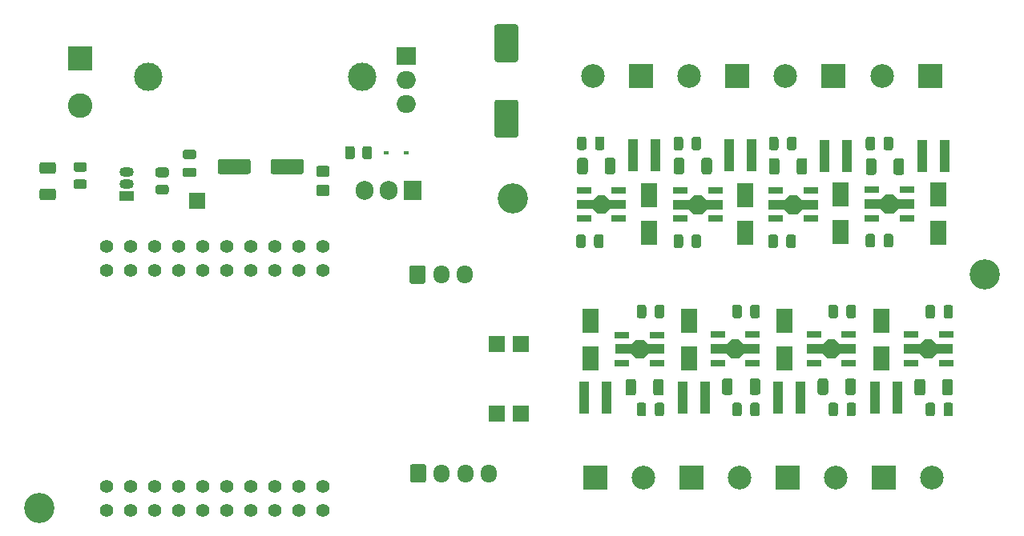
<source format=gts>
G04 #@! TF.GenerationSoftware,KiCad,Pcbnew,5.1.12-84ad8e8a86~92~ubuntu20.04.1*
G04 #@! TF.CreationDate,2021-11-06T19:01:57+01:00*
G04 #@! TF.ProjectId,CC dimmer low voltage,43432064-696d-46d6-9572-206c6f772076,0.99*
G04 #@! TF.SameCoordinates,Original*
G04 #@! TF.FileFunction,Soldermask,Top*
G04 #@! TF.FilePolarity,Negative*
%FSLAX46Y46*%
G04 Gerber Fmt 4.6, Leading zero omitted, Abs format (unit mm)*
G04 Created by KiCad (PCBNEW 5.1.12-84ad8e8a86~92~ubuntu20.04.1) date 2021-11-06 19:01:57*
%MOMM*%
%LPD*%
G01*
G04 APERTURE LIST*
%ADD10R,0.980000X3.400000*%
%ADD11C,3.000000*%
%ADD12R,1.700000X1.700000*%
%ADD13R,1.800000X2.500000*%
%ADD14C,3.200000*%
%ADD15R,0.600000X0.450000*%
%ADD16O,1.700000X1.950000*%
%ADD17O,2.000000X1.905000*%
%ADD18R,2.000000X1.905000*%
%ADD19O,1.500000X1.050000*%
%ADD20R,1.500000X1.050000*%
%ADD21R,1.905000X2.000000*%
%ADD22O,1.905000X2.000000*%
%ADD23R,2.600000X2.600000*%
%ADD24C,2.600000*%
%ADD25C,2.500000*%
%ADD26R,2.500000X2.500000*%
%ADD27C,0.150000*%
%ADD28R,1.500000X0.700000*%
%ADD29C,1.400000*%
G04 APERTURE END LIST*
G36*
G01*
X164092000Y-78040000D02*
X164092000Y-77090000D01*
G75*
G02*
X164342000Y-76840000I250000J0D01*
G01*
X164842000Y-76840000D01*
G75*
G02*
X165092000Y-77090000I0J-250000D01*
G01*
X165092000Y-78040000D01*
G75*
G02*
X164842000Y-78290000I-250000J0D01*
G01*
X164342000Y-78290000D01*
G75*
G02*
X164092000Y-78040000I0J250000D01*
G01*
G37*
G36*
G01*
X162192000Y-78040000D02*
X162192000Y-77090000D01*
G75*
G02*
X162442000Y-76840000I250000J0D01*
G01*
X162942000Y-76840000D01*
G75*
G02*
X163192000Y-77090000I0J-250000D01*
G01*
X163192000Y-78040000D01*
G75*
G02*
X162942000Y-78290000I-250000J0D01*
G01*
X162442000Y-78290000D01*
G75*
G02*
X162192000Y-78040000I0J250000D01*
G01*
G37*
D10*
X163029000Y-94106600D03*
X165399000Y-94106600D03*
X173417600Y-94106600D03*
X175787600Y-94106600D03*
X183535600Y-94106600D03*
X185905600Y-94106600D03*
X193763000Y-94106600D03*
X196133000Y-94106600D03*
X201136800Y-68528800D03*
X198766800Y-68528800D03*
X190799000Y-68528800D03*
X188429000Y-68528800D03*
X180715200Y-68478000D03*
X178345200Y-68478000D03*
X170529800Y-68503400D03*
X168159800Y-68503400D03*
D11*
X139601400Y-60172200D03*
X117001400Y-60172200D03*
D12*
X156362000Y-95855000D03*
X156372000Y-88435000D03*
D13*
X194440000Y-85959800D03*
X194440000Y-89959800D03*
D14*
X155522000Y-73075000D03*
D13*
X174094600Y-89959800D03*
X174094600Y-85959800D03*
G36*
G01*
X162281400Y-67683000D02*
X162281400Y-66733000D01*
G75*
G02*
X162531400Y-66483000I250000J0D01*
G01*
X163031400Y-66483000D01*
G75*
G02*
X163281400Y-66733000I0J-250000D01*
G01*
X163281400Y-67683000D01*
G75*
G02*
X163031400Y-67933000I-250000J0D01*
G01*
X162531400Y-67933000D01*
G75*
G02*
X162281400Y-67683000I0J250000D01*
G01*
G37*
G36*
G01*
X164181400Y-67683000D02*
X164181400Y-66733000D01*
G75*
G02*
X164431400Y-66483000I250000J0D01*
G01*
X164931400Y-66483000D01*
G75*
G02*
X165181400Y-66733000I0J-250000D01*
G01*
X165181400Y-67683000D01*
G75*
G02*
X164931400Y-67933000I-250000J0D01*
G01*
X164431400Y-67933000D01*
G75*
G02*
X164181400Y-67683000I0J250000D01*
G01*
G37*
G36*
G01*
X172492200Y-78046200D02*
X172492200Y-77096200D01*
G75*
G02*
X172742200Y-76846200I250000J0D01*
G01*
X173242200Y-76846200D01*
G75*
G02*
X173492200Y-77096200I0J-250000D01*
G01*
X173492200Y-78046200D01*
G75*
G02*
X173242200Y-78296200I-250000J0D01*
G01*
X172742200Y-78296200D01*
G75*
G02*
X172492200Y-78046200I0J250000D01*
G01*
G37*
G36*
G01*
X174392200Y-78046200D02*
X174392200Y-77096200D01*
G75*
G02*
X174642200Y-76846200I250000J0D01*
G01*
X175142200Y-76846200D01*
G75*
G02*
X175392200Y-77096200I0J-250000D01*
G01*
X175392200Y-78046200D01*
G75*
G02*
X175142200Y-78296200I-250000J0D01*
G01*
X174642200Y-78296200D01*
G75*
G02*
X174392200Y-78046200I0J250000D01*
G01*
G37*
G36*
G01*
X172492200Y-67708400D02*
X172492200Y-66758400D01*
G75*
G02*
X172742200Y-66508400I250000J0D01*
G01*
X173242200Y-66508400D01*
G75*
G02*
X173492200Y-66758400I0J-250000D01*
G01*
X173492200Y-67708400D01*
G75*
G02*
X173242200Y-67958400I-250000J0D01*
G01*
X172742200Y-67958400D01*
G75*
G02*
X172492200Y-67708400I0J250000D01*
G01*
G37*
G36*
G01*
X174392200Y-67708400D02*
X174392200Y-66758400D01*
G75*
G02*
X174642200Y-66508400I250000J0D01*
G01*
X175142200Y-66508400D01*
G75*
G02*
X175392200Y-66758400I0J-250000D01*
G01*
X175392200Y-67708400D01*
G75*
G02*
X175142200Y-67958400I-250000J0D01*
G01*
X174642200Y-67958400D01*
G75*
G02*
X174392200Y-67708400I0J250000D01*
G01*
G37*
G36*
G01*
X182499800Y-78046200D02*
X182499800Y-77096200D01*
G75*
G02*
X182749800Y-76846200I250000J0D01*
G01*
X183249800Y-76846200D01*
G75*
G02*
X183499800Y-77096200I0J-250000D01*
G01*
X183499800Y-78046200D01*
G75*
G02*
X183249800Y-78296200I-250000J0D01*
G01*
X182749800Y-78296200D01*
G75*
G02*
X182499800Y-78046200I0J250000D01*
G01*
G37*
G36*
G01*
X184399800Y-78046200D02*
X184399800Y-77096200D01*
G75*
G02*
X184649800Y-76846200I250000J0D01*
G01*
X185149800Y-76846200D01*
G75*
G02*
X185399800Y-77096200I0J-250000D01*
G01*
X185399800Y-78046200D01*
G75*
G02*
X185149800Y-78296200I-250000J0D01*
G01*
X184649800Y-78296200D01*
G75*
G02*
X184399800Y-78046200I0J250000D01*
G01*
G37*
G36*
G01*
X184476000Y-67708400D02*
X184476000Y-66758400D01*
G75*
G02*
X184726000Y-66508400I250000J0D01*
G01*
X185226000Y-66508400D01*
G75*
G02*
X185476000Y-66758400I0J-250000D01*
G01*
X185476000Y-67708400D01*
G75*
G02*
X185226000Y-67958400I-250000J0D01*
G01*
X184726000Y-67958400D01*
G75*
G02*
X184476000Y-67708400I0J250000D01*
G01*
G37*
G36*
G01*
X182576000Y-67708400D02*
X182576000Y-66758400D01*
G75*
G02*
X182826000Y-66508400I250000J0D01*
G01*
X183326000Y-66508400D01*
G75*
G02*
X183576000Y-66758400I0J-250000D01*
G01*
X183576000Y-67708400D01*
G75*
G02*
X183326000Y-67958400I-250000J0D01*
G01*
X182826000Y-67958400D01*
G75*
G02*
X182576000Y-67708400I0J250000D01*
G01*
G37*
G36*
G01*
X194686800Y-77995400D02*
X194686800Y-77045400D01*
G75*
G02*
X194936800Y-76795400I250000J0D01*
G01*
X195436800Y-76795400D01*
G75*
G02*
X195686800Y-77045400I0J-250000D01*
G01*
X195686800Y-77995400D01*
G75*
G02*
X195436800Y-78245400I-250000J0D01*
G01*
X194936800Y-78245400D01*
G75*
G02*
X194686800Y-77995400I0J250000D01*
G01*
G37*
G36*
G01*
X192786800Y-77995400D02*
X192786800Y-77045400D01*
G75*
G02*
X193036800Y-76795400I250000J0D01*
G01*
X193536800Y-76795400D01*
G75*
G02*
X193786800Y-77045400I0J-250000D01*
G01*
X193786800Y-77995400D01*
G75*
G02*
X193536800Y-78245400I-250000J0D01*
G01*
X193036800Y-78245400D01*
G75*
G02*
X192786800Y-77995400I0J250000D01*
G01*
G37*
G36*
G01*
X192786800Y-67708400D02*
X192786800Y-66758400D01*
G75*
G02*
X193036800Y-66508400I250000J0D01*
G01*
X193536800Y-66508400D01*
G75*
G02*
X193786800Y-66758400I0J-250000D01*
G01*
X193786800Y-67708400D01*
G75*
G02*
X193536800Y-67958400I-250000J0D01*
G01*
X193036800Y-67958400D01*
G75*
G02*
X192786800Y-67708400I0J250000D01*
G01*
G37*
G36*
G01*
X194686800Y-67708400D02*
X194686800Y-66758400D01*
G75*
G02*
X194936800Y-66508400I250000J0D01*
G01*
X195436800Y-66508400D01*
G75*
G02*
X195686800Y-66758400I0J-250000D01*
G01*
X195686800Y-67708400D01*
G75*
G02*
X195436800Y-67958400I-250000J0D01*
G01*
X194936800Y-67958400D01*
G75*
G02*
X194686800Y-67708400I0J250000D01*
G01*
G37*
G36*
G01*
X200111400Y-84563800D02*
X200111400Y-85513800D01*
G75*
G02*
X199861400Y-85763800I-250000J0D01*
G01*
X199361400Y-85763800D01*
G75*
G02*
X199111400Y-85513800I0J250000D01*
G01*
X199111400Y-84563800D01*
G75*
G02*
X199361400Y-84313800I250000J0D01*
G01*
X199861400Y-84313800D01*
G75*
G02*
X200111400Y-84563800I0J-250000D01*
G01*
G37*
G36*
G01*
X202011400Y-84563800D02*
X202011400Y-85513800D01*
G75*
G02*
X201761400Y-85763800I-250000J0D01*
G01*
X201261400Y-85763800D01*
G75*
G02*
X201011400Y-85513800I0J250000D01*
G01*
X201011400Y-84563800D01*
G75*
G02*
X201261400Y-84313800I250000J0D01*
G01*
X201761400Y-84313800D01*
G75*
G02*
X202011400Y-84563800I0J-250000D01*
G01*
G37*
G36*
G01*
X202011400Y-94901600D02*
X202011400Y-95851600D01*
G75*
G02*
X201761400Y-96101600I-250000J0D01*
G01*
X201261400Y-96101600D01*
G75*
G02*
X201011400Y-95851600I0J250000D01*
G01*
X201011400Y-94901600D01*
G75*
G02*
X201261400Y-94651600I250000J0D01*
G01*
X201761400Y-94651600D01*
G75*
G02*
X202011400Y-94901600I0J-250000D01*
G01*
G37*
G36*
G01*
X200111400Y-94901600D02*
X200111400Y-95851600D01*
G75*
G02*
X199861400Y-96101600I-250000J0D01*
G01*
X199361400Y-96101600D01*
G75*
G02*
X199111400Y-95851600I0J250000D01*
G01*
X199111400Y-94901600D01*
G75*
G02*
X199361400Y-94651600I250000J0D01*
G01*
X199861400Y-94651600D01*
G75*
G02*
X200111400Y-94901600I0J-250000D01*
G01*
G37*
G36*
G01*
X189849800Y-84538400D02*
X189849800Y-85488400D01*
G75*
G02*
X189599800Y-85738400I-250000J0D01*
G01*
X189099800Y-85738400D01*
G75*
G02*
X188849800Y-85488400I0J250000D01*
G01*
X188849800Y-84538400D01*
G75*
G02*
X189099800Y-84288400I250000J0D01*
G01*
X189599800Y-84288400D01*
G75*
G02*
X189849800Y-84538400I0J-250000D01*
G01*
G37*
G36*
G01*
X191749800Y-84538400D02*
X191749800Y-85488400D01*
G75*
G02*
X191499800Y-85738400I-250000J0D01*
G01*
X190999800Y-85738400D01*
G75*
G02*
X190749800Y-85488400I0J250000D01*
G01*
X190749800Y-84538400D01*
G75*
G02*
X190999800Y-84288400I250000J0D01*
G01*
X191499800Y-84288400D01*
G75*
G02*
X191749800Y-84538400I0J-250000D01*
G01*
G37*
G36*
G01*
X189865000Y-94901600D02*
X189865000Y-95851600D01*
G75*
G02*
X189615000Y-96101600I-250000J0D01*
G01*
X189115000Y-96101600D01*
G75*
G02*
X188865000Y-95851600I0J250000D01*
G01*
X188865000Y-94901600D01*
G75*
G02*
X189115000Y-94651600I250000J0D01*
G01*
X189615000Y-94651600D01*
G75*
G02*
X189865000Y-94901600I0J-250000D01*
G01*
G37*
G36*
G01*
X191765000Y-94901600D02*
X191765000Y-95851600D01*
G75*
G02*
X191515000Y-96101600I-250000J0D01*
G01*
X191015000Y-96101600D01*
G75*
G02*
X190765000Y-95851600I0J250000D01*
G01*
X190765000Y-94901600D01*
G75*
G02*
X191015000Y-94651600I250000J0D01*
G01*
X191515000Y-94651600D01*
G75*
G02*
X191765000Y-94901600I0J-250000D01*
G01*
G37*
G36*
G01*
X181589800Y-84538400D02*
X181589800Y-85488400D01*
G75*
G02*
X181339800Y-85738400I-250000J0D01*
G01*
X180839800Y-85738400D01*
G75*
G02*
X180589800Y-85488400I0J250000D01*
G01*
X180589800Y-84538400D01*
G75*
G02*
X180839800Y-84288400I250000J0D01*
G01*
X181339800Y-84288400D01*
G75*
G02*
X181589800Y-84538400I0J-250000D01*
G01*
G37*
G36*
G01*
X179689800Y-84538400D02*
X179689800Y-85488400D01*
G75*
G02*
X179439800Y-85738400I-250000J0D01*
G01*
X178939800Y-85738400D01*
G75*
G02*
X178689800Y-85488400I0J250000D01*
G01*
X178689800Y-84538400D01*
G75*
G02*
X178939800Y-84288400I250000J0D01*
G01*
X179439800Y-84288400D01*
G75*
G02*
X179689800Y-84538400I0J-250000D01*
G01*
G37*
G36*
G01*
X179689800Y-94901600D02*
X179689800Y-95851600D01*
G75*
G02*
X179439800Y-96101600I-250000J0D01*
G01*
X178939800Y-96101600D01*
G75*
G02*
X178689800Y-95851600I0J250000D01*
G01*
X178689800Y-94901600D01*
G75*
G02*
X178939800Y-94651600I250000J0D01*
G01*
X179439800Y-94651600D01*
G75*
G02*
X179689800Y-94901600I0J-250000D01*
G01*
G37*
G36*
G01*
X181589800Y-94901600D02*
X181589800Y-95851600D01*
G75*
G02*
X181339800Y-96101600I-250000J0D01*
G01*
X180839800Y-96101600D01*
G75*
G02*
X180589800Y-95851600I0J250000D01*
G01*
X180589800Y-94901600D01*
G75*
G02*
X180839800Y-94651600I250000J0D01*
G01*
X181339800Y-94651600D01*
G75*
G02*
X181589800Y-94901600I0J-250000D01*
G01*
G37*
G36*
G01*
X169606000Y-84538400D02*
X169606000Y-85488400D01*
G75*
G02*
X169356000Y-85738400I-250000J0D01*
G01*
X168856000Y-85738400D01*
G75*
G02*
X168606000Y-85488400I0J250000D01*
G01*
X168606000Y-84538400D01*
G75*
G02*
X168856000Y-84288400I250000J0D01*
G01*
X169356000Y-84288400D01*
G75*
G02*
X169606000Y-84538400I0J-250000D01*
G01*
G37*
G36*
G01*
X171506000Y-84538400D02*
X171506000Y-85488400D01*
G75*
G02*
X171256000Y-85738400I-250000J0D01*
G01*
X170756000Y-85738400D01*
G75*
G02*
X170506000Y-85488400I0J250000D01*
G01*
X170506000Y-84538400D01*
G75*
G02*
X170756000Y-84288400I250000J0D01*
G01*
X171256000Y-84288400D01*
G75*
G02*
X171506000Y-84538400I0J-250000D01*
G01*
G37*
G36*
G01*
X171495800Y-94901600D02*
X171495800Y-95851600D01*
G75*
G02*
X171245800Y-96101600I-250000J0D01*
G01*
X170745800Y-96101600D01*
G75*
G02*
X170495800Y-95851600I0J250000D01*
G01*
X170495800Y-94901600D01*
G75*
G02*
X170745800Y-94651600I250000J0D01*
G01*
X171245800Y-94651600D01*
G75*
G02*
X171495800Y-94901600I0J-250000D01*
G01*
G37*
G36*
G01*
X169595800Y-94901600D02*
X169595800Y-95851600D01*
G75*
G02*
X169345800Y-96101600I-250000J0D01*
G01*
X168845800Y-96101600D01*
G75*
G02*
X168595800Y-95851600I0J250000D01*
G01*
X168595800Y-94901600D01*
G75*
G02*
X168845800Y-94651600I250000J0D01*
G01*
X169345800Y-94651600D01*
G75*
G02*
X169595800Y-94901600I0J-250000D01*
G01*
G37*
G36*
G01*
X155816000Y-66604000D02*
X153816000Y-66604000D01*
G75*
G02*
X153566000Y-66354000I0J250000D01*
G01*
X153566000Y-62854000D01*
G75*
G02*
X153816000Y-62604000I250000J0D01*
G01*
X155816000Y-62604000D01*
G75*
G02*
X156066000Y-62854000I0J-250000D01*
G01*
X156066000Y-66354000D01*
G75*
G02*
X155816000Y-66604000I-250000J0D01*
G01*
G37*
G36*
G01*
X155816000Y-58604000D02*
X153816000Y-58604000D01*
G75*
G02*
X153566000Y-58354000I0J250000D01*
G01*
X153566000Y-54854000D01*
G75*
G02*
X153816000Y-54604000I250000J0D01*
G01*
X155816000Y-54604000D01*
G75*
G02*
X156066000Y-54854000I0J-250000D01*
G01*
X156066000Y-58354000D01*
G75*
G02*
X155816000Y-58604000I-250000J0D01*
G01*
G37*
G36*
G01*
X133407200Y-69121800D02*
X133407200Y-70221800D01*
G75*
G02*
X133157200Y-70471800I-250000J0D01*
G01*
X130157200Y-70471800D01*
G75*
G02*
X129907200Y-70221800I0J250000D01*
G01*
X129907200Y-69121800D01*
G75*
G02*
X130157200Y-68871800I250000J0D01*
G01*
X133157200Y-68871800D01*
G75*
G02*
X133407200Y-69121800I0J-250000D01*
G01*
G37*
G36*
G01*
X127807200Y-69121800D02*
X127807200Y-70221800D01*
G75*
G02*
X127557200Y-70471800I-250000J0D01*
G01*
X124557200Y-70471800D01*
G75*
G02*
X124307200Y-70221800I0J250000D01*
G01*
X124307200Y-69121800D01*
G75*
G02*
X124557200Y-68871800I250000J0D01*
G01*
X127557200Y-68871800D01*
G75*
G02*
X127807200Y-69121800I0J-250000D01*
G01*
G37*
G36*
G01*
X121813800Y-70791600D02*
X120863800Y-70791600D01*
G75*
G02*
X120613800Y-70541600I0J250000D01*
G01*
X120613800Y-70041600D01*
G75*
G02*
X120863800Y-69791600I250000J0D01*
G01*
X121813800Y-69791600D01*
G75*
G02*
X122063800Y-70041600I0J-250000D01*
G01*
X122063800Y-70541600D01*
G75*
G02*
X121813800Y-70791600I-250000J0D01*
G01*
G37*
G36*
G01*
X121813800Y-68891600D02*
X120863800Y-68891600D01*
G75*
G02*
X120613800Y-68641600I0J250000D01*
G01*
X120613800Y-68141600D01*
G75*
G02*
X120863800Y-67891600I250000J0D01*
G01*
X121813800Y-67891600D01*
G75*
G02*
X122063800Y-68141600I0J-250000D01*
G01*
X122063800Y-68641600D01*
G75*
G02*
X121813800Y-68891600I-250000J0D01*
G01*
G37*
X169852800Y-76675600D03*
X169852800Y-72675600D03*
X180072000Y-76675000D03*
X180072000Y-72675000D03*
X190096600Y-76624800D03*
X190096600Y-72624800D03*
X200485200Y-72650200D03*
X200485200Y-76650200D03*
X184229200Y-89959800D03*
X184229200Y-85959800D03*
X163706000Y-89985200D03*
X163706000Y-85985200D03*
D15*
X144207400Y-68198600D03*
X142107400Y-68198600D03*
G36*
G01*
X106977800Y-73246200D02*
X105727800Y-73246200D01*
G75*
G02*
X105477800Y-72996200I0J250000D01*
G01*
X105477800Y-72246200D01*
G75*
G02*
X105727800Y-71996200I250000J0D01*
G01*
X106977800Y-71996200D01*
G75*
G02*
X107227800Y-72246200I0J-250000D01*
G01*
X107227800Y-72996200D01*
G75*
G02*
X106977800Y-73246200I-250000J0D01*
G01*
G37*
G36*
G01*
X106977800Y-70446200D02*
X105727800Y-70446200D01*
G75*
G02*
X105477800Y-70196200I0J250000D01*
G01*
X105477800Y-69446200D01*
G75*
G02*
X105727800Y-69196200I250000J0D01*
G01*
X106977800Y-69196200D01*
G75*
G02*
X107227800Y-69446200I0J-250000D01*
G01*
X107227800Y-70196200D01*
G75*
G02*
X106977800Y-70446200I-250000J0D01*
G01*
G37*
G36*
G01*
X134985799Y-69586400D02*
X135885801Y-69586400D01*
G75*
G02*
X136135800Y-69836399I0J-249999D01*
G01*
X136135800Y-70536401D01*
G75*
G02*
X135885801Y-70786400I-249999J0D01*
G01*
X134985799Y-70786400D01*
G75*
G02*
X134735800Y-70536401I0J249999D01*
G01*
X134735800Y-69836399D01*
G75*
G02*
X134985799Y-69586400I249999J0D01*
G01*
G37*
G36*
G01*
X134985799Y-71586400D02*
X135885801Y-71586400D01*
G75*
G02*
X136135800Y-71836399I0J-249999D01*
G01*
X136135800Y-72536401D01*
G75*
G02*
X135885801Y-72786400I-249999J0D01*
G01*
X134985799Y-72786400D01*
G75*
G02*
X134735800Y-72536401I0J249999D01*
G01*
X134735800Y-71836399D01*
G75*
G02*
X134985799Y-71586400I249999J0D01*
G01*
G37*
D14*
X105489200Y-105816000D03*
X205336600Y-81051000D03*
G36*
G01*
X144572000Y-81830000D02*
X144572000Y-80380000D01*
G75*
G02*
X144822000Y-80130000I250000J0D01*
G01*
X146022000Y-80130000D01*
G75*
G02*
X146272000Y-80380000I0J-250000D01*
G01*
X146272000Y-81830000D01*
G75*
G02*
X146022000Y-82080000I-250000J0D01*
G01*
X144822000Y-82080000D01*
G75*
G02*
X144572000Y-81830000I0J250000D01*
G01*
G37*
D16*
X147922000Y-81105000D03*
X150422000Y-81105000D03*
G36*
G01*
X144642000Y-102860000D02*
X144642000Y-101410000D01*
G75*
G02*
X144892000Y-101160000I250000J0D01*
G01*
X146092000Y-101160000D01*
G75*
G02*
X146342000Y-101410000I0J-250000D01*
G01*
X146342000Y-102860000D01*
G75*
G02*
X146092000Y-103110000I-250000J0D01*
G01*
X144892000Y-103110000D01*
G75*
G02*
X144642000Y-102860000I0J250000D01*
G01*
G37*
X147992000Y-102135000D03*
X150492000Y-102135000D03*
X152992000Y-102135000D03*
D12*
X153832000Y-88435000D03*
X153822000Y-95855000D03*
X122100800Y-73304000D03*
D17*
X144224200Y-63017000D03*
X144224200Y-60477000D03*
D18*
X144224200Y-57937000D03*
G36*
G01*
X162290600Y-70246003D02*
X162290600Y-68995997D01*
G75*
G02*
X162540597Y-68746000I249997J0D01*
G01*
X163165603Y-68746000D01*
G75*
G02*
X163415600Y-68995997I0J-249997D01*
G01*
X163415600Y-70246003D01*
G75*
G02*
X163165603Y-70496000I-249997J0D01*
G01*
X162540597Y-70496000D01*
G75*
G02*
X162290600Y-70246003I0J249997D01*
G01*
G37*
G36*
G01*
X165215600Y-70246003D02*
X165215600Y-68995997D01*
G75*
G02*
X165465597Y-68746000I249997J0D01*
G01*
X166090603Y-68746000D01*
G75*
G02*
X166340600Y-68995997I0J-249997D01*
G01*
X166340600Y-70246003D01*
G75*
G02*
X166090603Y-70496000I-249997J0D01*
G01*
X165465597Y-70496000D01*
G75*
G02*
X165215600Y-70246003I0J249997D01*
G01*
G37*
G36*
G01*
X175426400Y-70246003D02*
X175426400Y-68995997D01*
G75*
G02*
X175676397Y-68746000I249997J0D01*
G01*
X176301403Y-68746000D01*
G75*
G02*
X176551400Y-68995997I0J-249997D01*
G01*
X176551400Y-70246003D01*
G75*
G02*
X176301403Y-70496000I-249997J0D01*
G01*
X175676397Y-70496000D01*
G75*
G02*
X175426400Y-70246003I0J249997D01*
G01*
G37*
G36*
G01*
X172501400Y-70246003D02*
X172501400Y-68995997D01*
G75*
G02*
X172751397Y-68746000I249997J0D01*
G01*
X173376403Y-68746000D01*
G75*
G02*
X173626400Y-68995997I0J-249997D01*
G01*
X173626400Y-70246003D01*
G75*
G02*
X173376403Y-70496000I-249997J0D01*
G01*
X172751397Y-70496000D01*
G75*
G02*
X172501400Y-70246003I0J249997D01*
G01*
G37*
G36*
G01*
X185484800Y-70271403D02*
X185484800Y-69021397D01*
G75*
G02*
X185734797Y-68771400I249997J0D01*
G01*
X186359803Y-68771400D01*
G75*
G02*
X186609800Y-69021397I0J-249997D01*
G01*
X186609800Y-70271403D01*
G75*
G02*
X186359803Y-70521400I-249997J0D01*
G01*
X185734797Y-70521400D01*
G75*
G02*
X185484800Y-70271403I0J249997D01*
G01*
G37*
G36*
G01*
X182559800Y-70271403D02*
X182559800Y-69021397D01*
G75*
G02*
X182809797Y-68771400I249997J0D01*
G01*
X183434803Y-68771400D01*
G75*
G02*
X183684800Y-69021397I0J-249997D01*
G01*
X183684800Y-70271403D01*
G75*
G02*
X183434803Y-70521400I-249997J0D01*
G01*
X182809797Y-70521400D01*
G75*
G02*
X182559800Y-70271403I0J249997D01*
G01*
G37*
G36*
G01*
X192796000Y-70296803D02*
X192796000Y-69046797D01*
G75*
G02*
X193045997Y-68796800I249997J0D01*
G01*
X193671003Y-68796800D01*
G75*
G02*
X193921000Y-69046797I0J-249997D01*
G01*
X193921000Y-70296803D01*
G75*
G02*
X193671003Y-70546800I-249997J0D01*
G01*
X193045997Y-70546800D01*
G75*
G02*
X192796000Y-70296803I0J249997D01*
G01*
G37*
G36*
G01*
X195721000Y-70296803D02*
X195721000Y-69046797D01*
G75*
G02*
X195970997Y-68796800I249997J0D01*
G01*
X196596003Y-68796800D01*
G75*
G02*
X196846000Y-69046797I0J-249997D01*
G01*
X196846000Y-70296803D01*
G75*
G02*
X196596003Y-70546800I-249997J0D01*
G01*
X195970997Y-70546800D01*
G75*
G02*
X195721000Y-70296803I0J249997D01*
G01*
G37*
G36*
G01*
X199072000Y-92399997D02*
X199072000Y-93650003D01*
G75*
G02*
X198822003Y-93900000I-249997J0D01*
G01*
X198196997Y-93900000D01*
G75*
G02*
X197947000Y-93650003I0J249997D01*
G01*
X197947000Y-92399997D01*
G75*
G02*
X198196997Y-92150000I249997J0D01*
G01*
X198822003Y-92150000D01*
G75*
G02*
X199072000Y-92399997I0J-249997D01*
G01*
G37*
G36*
G01*
X201997000Y-92399997D02*
X201997000Y-93650003D01*
G75*
G02*
X201747003Y-93900000I-249997J0D01*
G01*
X201121997Y-93900000D01*
G75*
G02*
X200872000Y-93650003I0J249997D01*
G01*
X200872000Y-92399997D01*
G75*
G02*
X201121997Y-92150000I249997J0D01*
G01*
X201747003Y-92150000D01*
G75*
G02*
X201997000Y-92399997I0J-249997D01*
G01*
G37*
G36*
G01*
X191751300Y-92338597D02*
X191751300Y-93588603D01*
G75*
G02*
X191501303Y-93838600I-249997J0D01*
G01*
X190876297Y-93838600D01*
G75*
G02*
X190626300Y-93588603I0J249997D01*
G01*
X190626300Y-92338597D01*
G75*
G02*
X190876297Y-92088600I249997J0D01*
G01*
X191501303Y-92088600D01*
G75*
G02*
X191751300Y-92338597I0J-249997D01*
G01*
G37*
G36*
G01*
X188826300Y-92338597D02*
X188826300Y-93588603D01*
G75*
G02*
X188576303Y-93838600I-249997J0D01*
G01*
X187951297Y-93838600D01*
G75*
G02*
X187701300Y-93588603I0J249997D01*
G01*
X187701300Y-92338597D01*
G75*
G02*
X187951297Y-92088600I249997J0D01*
G01*
X188576303Y-92088600D01*
G75*
G02*
X188826300Y-92338597I0J-249997D01*
G01*
G37*
G36*
G01*
X178722000Y-92338597D02*
X178722000Y-93588603D01*
G75*
G02*
X178472003Y-93838600I-249997J0D01*
G01*
X177846997Y-93838600D01*
G75*
G02*
X177597000Y-93588603I0J249997D01*
G01*
X177597000Y-92338597D01*
G75*
G02*
X177846997Y-92088600I249997J0D01*
G01*
X178472003Y-92088600D01*
G75*
G02*
X178722000Y-92338597I0J-249997D01*
G01*
G37*
G36*
G01*
X181647000Y-92338597D02*
X181647000Y-93588603D01*
G75*
G02*
X181397003Y-93838600I-249997J0D01*
G01*
X180771997Y-93838600D01*
G75*
G02*
X180522000Y-93588603I0J249997D01*
G01*
X180522000Y-92338597D01*
G75*
G02*
X180771997Y-92088600I249997J0D01*
G01*
X181397003Y-92088600D01*
G75*
G02*
X181647000Y-92338597I0J-249997D01*
G01*
G37*
G36*
G01*
X171447000Y-92399997D02*
X171447000Y-93650003D01*
G75*
G02*
X171197003Y-93900000I-249997J0D01*
G01*
X170571997Y-93900000D01*
G75*
G02*
X170322000Y-93650003I0J249997D01*
G01*
X170322000Y-92399997D01*
G75*
G02*
X170571997Y-92150000I249997J0D01*
G01*
X171197003Y-92150000D01*
G75*
G02*
X171447000Y-92399997I0J-249997D01*
G01*
G37*
G36*
G01*
X168522000Y-92399997D02*
X168522000Y-93650003D01*
G75*
G02*
X168272003Y-93900000I-249997J0D01*
G01*
X167646997Y-93900000D01*
G75*
G02*
X167397000Y-93650003I0J249997D01*
G01*
X167397000Y-92399997D01*
G75*
G02*
X167646997Y-92150000I249997J0D01*
G01*
X168272003Y-92150000D01*
G75*
G02*
X168522000Y-92399997I0J-249997D01*
G01*
G37*
G36*
G01*
X117993198Y-69770800D02*
X118893202Y-69770800D01*
G75*
G02*
X119143200Y-70020798I0J-249998D01*
G01*
X119143200Y-70545802D01*
G75*
G02*
X118893202Y-70795800I-249998J0D01*
G01*
X117993198Y-70795800D01*
G75*
G02*
X117743200Y-70545802I0J249998D01*
G01*
X117743200Y-70020798D01*
G75*
G02*
X117993198Y-69770800I249998J0D01*
G01*
G37*
G36*
G01*
X117993198Y-71595800D02*
X118893202Y-71595800D01*
G75*
G02*
X119143200Y-71845798I0J-249998D01*
G01*
X119143200Y-72370802D01*
G75*
G02*
X118893202Y-72620800I-249998J0D01*
G01*
X117993198Y-72620800D01*
G75*
G02*
X117743200Y-72370802I0J249998D01*
G01*
X117743200Y-71845798D01*
G75*
G02*
X117993198Y-71595800I249998J0D01*
G01*
G37*
G36*
G01*
X138795000Y-67748598D02*
X138795000Y-68648602D01*
G75*
G02*
X138545002Y-68898600I-249998J0D01*
G01*
X138019998Y-68898600D01*
G75*
G02*
X137770000Y-68648602I0J249998D01*
G01*
X137770000Y-67748598D01*
G75*
G02*
X138019998Y-67498600I249998J0D01*
G01*
X138545002Y-67498600D01*
G75*
G02*
X138795000Y-67748598I0J-249998D01*
G01*
G37*
G36*
G01*
X140620000Y-67748598D02*
X140620000Y-68648602D01*
G75*
G02*
X140370002Y-68898600I-249998J0D01*
G01*
X139844998Y-68898600D01*
G75*
G02*
X139595000Y-68648602I0J249998D01*
G01*
X139595000Y-67748598D01*
G75*
G02*
X139844998Y-67498600I249998J0D01*
G01*
X140370002Y-67498600D01*
G75*
G02*
X140620000Y-67748598I0J-249998D01*
G01*
G37*
G36*
G01*
X110231802Y-72036600D02*
X109331798Y-72036600D01*
G75*
G02*
X109081800Y-71786602I0J249998D01*
G01*
X109081800Y-71261598D01*
G75*
G02*
X109331798Y-71011600I249998J0D01*
G01*
X110231802Y-71011600D01*
G75*
G02*
X110481800Y-71261598I0J-249998D01*
G01*
X110481800Y-71786602D01*
G75*
G02*
X110231802Y-72036600I-249998J0D01*
G01*
G37*
G36*
G01*
X110231802Y-70211600D02*
X109331798Y-70211600D01*
G75*
G02*
X109081800Y-69961602I0J249998D01*
G01*
X109081800Y-69436598D01*
G75*
G02*
X109331798Y-69186600I249998J0D01*
G01*
X110231802Y-69186600D01*
G75*
G02*
X110481800Y-69436598I0J-249998D01*
G01*
X110481800Y-69961602D01*
G75*
G02*
X110231802Y-70211600I-249998J0D01*
G01*
G37*
D19*
X114709400Y-71526000D03*
X114709400Y-70256000D03*
D20*
X114709400Y-72796000D03*
D21*
X144910000Y-72211800D03*
D22*
X142370000Y-72211800D03*
X139830000Y-72211800D03*
D23*
X109802000Y-58215000D03*
D24*
X109802000Y-63215000D03*
D25*
X163992000Y-60065000D03*
D26*
X169072000Y-60065000D03*
X179242000Y-60065000D03*
D25*
X174162000Y-60065000D03*
X184322000Y-60065000D03*
D26*
X189402000Y-60065000D03*
X199572000Y-60065000D03*
D25*
X194492000Y-60065000D03*
D26*
X194662000Y-102555000D03*
D25*
X199742000Y-102555000D03*
X189582000Y-102555000D03*
D26*
X184502000Y-102555000D03*
X174342000Y-102555000D03*
D25*
X179422000Y-102555000D03*
X169272000Y-102555000D03*
D26*
X164192000Y-102555000D03*
D27*
G36*
X163962000Y-74175000D02*
G01*
X162262000Y-74175000D01*
X162262000Y-73175000D01*
X163962000Y-73175000D01*
X164462000Y-72675000D01*
X165262000Y-72675000D01*
X165762000Y-73175000D01*
X167462000Y-73175000D01*
X167462000Y-74175000D01*
X165762000Y-74175000D01*
X165262000Y-74675000D01*
X164462000Y-74675000D01*
X163962000Y-74175000D01*
G37*
D28*
X166712000Y-72175000D03*
X166712000Y-75175000D03*
X163012000Y-72175000D03*
X163012000Y-75175000D03*
D27*
G36*
X174152000Y-74195000D02*
G01*
X172452000Y-74195000D01*
X172452000Y-73195000D01*
X174152000Y-73195000D01*
X174652000Y-72695000D01*
X175452000Y-72695000D01*
X175952000Y-73195000D01*
X177652000Y-73195000D01*
X177652000Y-74195000D01*
X175952000Y-74195000D01*
X175452000Y-74695000D01*
X174652000Y-74695000D01*
X174152000Y-74195000D01*
G37*
D28*
X176902000Y-72195000D03*
X176902000Y-75195000D03*
X173202000Y-72195000D03*
X173202000Y-75195000D03*
D27*
G36*
X184222000Y-74195000D02*
G01*
X182522000Y-74195000D01*
X182522000Y-73195000D01*
X184222000Y-73195000D01*
X184722000Y-72695000D01*
X185522000Y-72695000D01*
X186022000Y-73195000D01*
X187722000Y-73195000D01*
X187722000Y-74195000D01*
X186022000Y-74195000D01*
X185522000Y-74695000D01*
X184722000Y-74695000D01*
X184222000Y-74195000D01*
G37*
D28*
X186972000Y-72195000D03*
X186972000Y-75195000D03*
X183272000Y-72195000D03*
X183272000Y-75195000D03*
D27*
G36*
X194382000Y-74135000D02*
G01*
X192682000Y-74135000D01*
X192682000Y-73135000D01*
X194382000Y-73135000D01*
X194882000Y-72635000D01*
X195682000Y-72635000D01*
X196182000Y-73135000D01*
X197882000Y-73135000D01*
X197882000Y-74135000D01*
X196182000Y-74135000D01*
X195682000Y-74635000D01*
X194882000Y-74635000D01*
X194382000Y-74135000D01*
G37*
D28*
X197132000Y-72135000D03*
X197132000Y-75135000D03*
X193432000Y-72135000D03*
X193432000Y-75135000D03*
X201272000Y-87465000D03*
X201272000Y-90465000D03*
X197572000Y-87465000D03*
X197572000Y-90465000D03*
D27*
G36*
X200322000Y-88465000D02*
G01*
X202022000Y-88465000D01*
X202022000Y-89465000D01*
X200322000Y-89465000D01*
X199822000Y-89965000D01*
X199022000Y-89965000D01*
X198522000Y-89465000D01*
X196822000Y-89465000D01*
X196822000Y-88465000D01*
X198522000Y-88465000D01*
X199022000Y-87965000D01*
X199822000Y-87965000D01*
X200322000Y-88465000D01*
G37*
D28*
X191002000Y-87465000D03*
X191002000Y-90465000D03*
X187302000Y-87465000D03*
X187302000Y-90465000D03*
D27*
G36*
X190052000Y-88465000D02*
G01*
X191752000Y-88465000D01*
X191752000Y-89465000D01*
X190052000Y-89465000D01*
X189552000Y-89965000D01*
X188752000Y-89965000D01*
X188252000Y-89465000D01*
X186552000Y-89465000D01*
X186552000Y-88465000D01*
X188252000Y-88465000D01*
X188752000Y-87965000D01*
X189552000Y-87965000D01*
X190052000Y-88465000D01*
G37*
D28*
X180852000Y-87465000D03*
X180852000Y-90465000D03*
X177152000Y-87465000D03*
X177152000Y-90465000D03*
D27*
G36*
X179902000Y-88465000D02*
G01*
X181602000Y-88465000D01*
X181602000Y-89465000D01*
X179902000Y-89465000D01*
X179402000Y-89965000D01*
X178602000Y-89965000D01*
X178102000Y-89465000D01*
X176402000Y-89465000D01*
X176402000Y-88465000D01*
X178102000Y-88465000D01*
X178602000Y-87965000D01*
X179402000Y-87965000D01*
X179902000Y-88465000D01*
G37*
D28*
X170752000Y-87485000D03*
X170752000Y-90485000D03*
X167052000Y-87485000D03*
X167052000Y-90485000D03*
D27*
G36*
X169802000Y-88485000D02*
G01*
X171502000Y-88485000D01*
X171502000Y-89485000D01*
X169802000Y-89485000D01*
X169302000Y-89985000D01*
X168502000Y-89985000D01*
X168002000Y-89485000D01*
X166302000Y-89485000D01*
X166302000Y-88485000D01*
X168002000Y-88485000D01*
X168502000Y-87985000D01*
X169302000Y-87985000D01*
X169802000Y-88485000D01*
G37*
D29*
X135442000Y-78125000D03*
X135442000Y-80665000D03*
X132902000Y-78125000D03*
X132902000Y-80665000D03*
X130362000Y-78125000D03*
X130362000Y-80665000D03*
X127822000Y-78125000D03*
X127822000Y-80665000D03*
X125282000Y-78125000D03*
X125282000Y-80665000D03*
X122742000Y-78125000D03*
X122742000Y-80665000D03*
X120202000Y-78125000D03*
X120202000Y-80665000D03*
X117662000Y-78125000D03*
X117662000Y-80665000D03*
X115122000Y-78125000D03*
X115122000Y-80665000D03*
X112582000Y-78125000D03*
X112582000Y-80665000D03*
X135442000Y-103525000D03*
X135442000Y-106065000D03*
X132902000Y-103525000D03*
X132902000Y-106065000D03*
X130362000Y-103525000D03*
X130362000Y-106065000D03*
X127822000Y-103525000D03*
X127822000Y-106065000D03*
X125282000Y-103525000D03*
X125282000Y-106065000D03*
X122742000Y-103525000D03*
X122742000Y-106065000D03*
X120202000Y-103525000D03*
X120202000Y-106065000D03*
X117662000Y-103525000D03*
X117662000Y-106065000D03*
X115122000Y-103525000D03*
X115122000Y-106065000D03*
X112582000Y-106065000D03*
X112582000Y-103525000D03*
M02*

</source>
